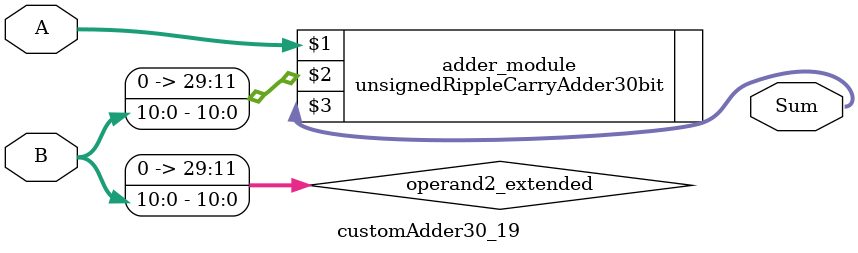
<source format=v>

module customAdder30_19(
                    input [29 : 0] A,
                    input [10 : 0] B,
                    
                    output [30 : 0] Sum
            );

    wire [29 : 0] operand2_extended;
    
    assign operand2_extended =  {19'b0, B};
    
    unsignedRippleCarryAdder30bit adder_module(
        A,
        operand2_extended,
        Sum
    );
    
endmodule
        
</source>
